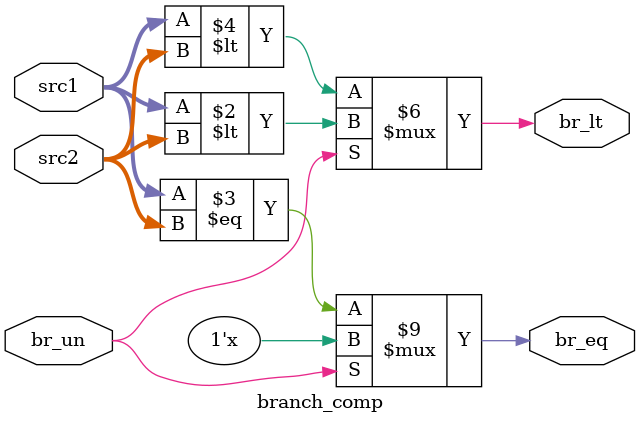
<source format=v>
module branch_comp #(parameter width = 32)(

input signed [width-1:0]src1,
input signed [width-1:0]src2,
input br_un,  //branch unsigned
output reg br_lt,
output reg br_eq
);

always @(*)
	begin
		if(br_un)
			br_lt = ($unsigned(src1) < $unsigned(src2));
		else
			begin
				br_eq = (src1 == src2);
				br_lt = (src1 < src2);
			end
	end

endmodule

</source>
